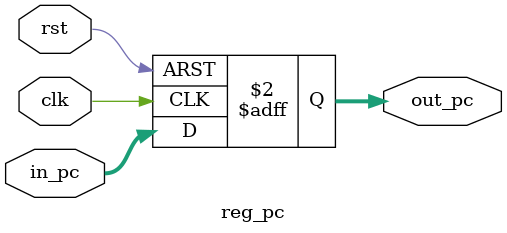
<source format=v>
module reg_pc(in_pc, clk, rst, out_pc);
    input [31:0] in_pc;
    input clk, rst;
    output reg [31:0] out_pc;
    
    always @(posedge clk ,posedge rst) begin
        if(rst)
            out_pc <= 32'b0;
        else
            out_pc <= in_pc;
    end

endmodule

</source>
